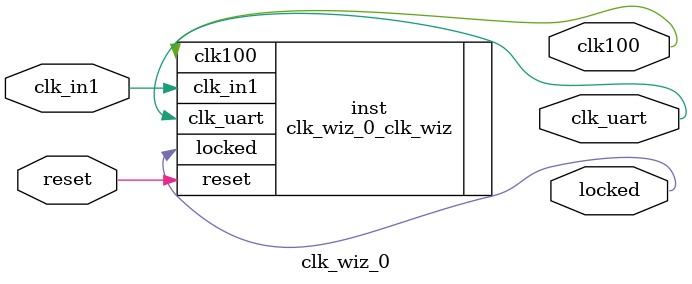
<source format=v>


`timescale 1ps/1ps

(* CORE_GENERATION_INFO = "clk_wiz_0,clk_wiz_v6_0_8_0_0,{component_name=clk_wiz_0,use_phase_alignment=true,use_min_o_jitter=false,use_max_i_jitter=false,use_dyn_phase_shift=false,use_inclk_switchover=false,use_dyn_reconfig=false,enable_axi=0,feedback_source=FDBK_AUTO,PRIMITIVE=PLL,num_out_clk=2,clkin1_period=10.000,clkin2_period=10.000,use_power_down=false,use_reset=true,use_locked=true,use_inclk_stopped=false,feedback_type=SINGLE,CLOCK_MGR_TYPE=NA,manual_override=true}" *)

module clk_wiz_0 
 (
  // Clock out ports
  output        clk100,
  output        clk_uart,
  // Status and control signals
  input         reset,
  output        locked,
 // Clock in ports
  input         clk_in1
 );

  clk_wiz_0_clk_wiz inst
  (
  // Clock out ports  
  .clk100(clk100),
  .clk_uart(clk_uart),
  // Status and control signals               
  .reset(reset), 
  .locked(locked),
 // Clock in ports
  .clk_in1(clk_in1)
  );

endmodule

</source>
